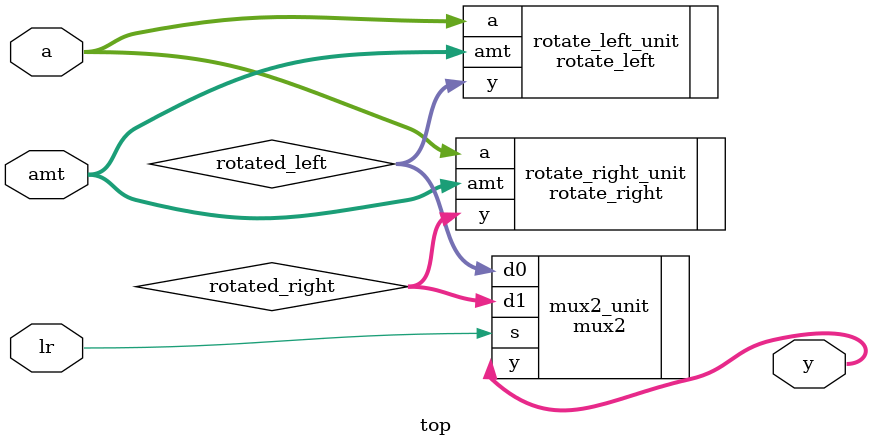
<source format=v>
module top
	(
		input wire [7:0] a,		// Input
		input wire [2:0] amt,	// Number of rotation
		input wire lr,			// Rotate left(lr=0) or right(lr=1) 
		output wire [7:0] y		// Output
	);

	// Signal declaration
	wire [7:0] rotated_left, rotated_right;
	
	// Body
	rotate_left rotate_left_unit
		(.a(a), .amt(amt), .y(rotated_left));
	
	rotate_right rotate_right_unit
		(.a(a), .amt(amt), .y(rotated_right));
		
	mux2 mux2_unit
		(.d0(rotated_left), .d1(rotated_right), .s(lr), .y(y));
	
endmodule

</source>
